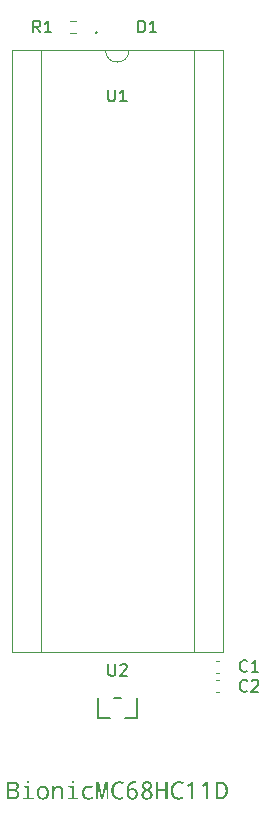
<source format=gbr>
G04 #@! TF.GenerationSoftware,KiCad,Pcbnew,7.0.11+dfsg-1build4*
G04 #@! TF.CreationDate,2024-12-04T12:07:42+09:00*
G04 #@! TF.ProjectId,bionic-mc68hc11d,62696f6e-6963-42d6-9d63-363868633131,8*
G04 #@! TF.SameCoordinates,Original*
G04 #@! TF.FileFunction,Legend,Top*
G04 #@! TF.FilePolarity,Positive*
%FSLAX46Y46*%
G04 Gerber Fmt 4.6, Leading zero omitted, Abs format (unit mm)*
G04 Created by KiCad (PCBNEW 7.0.11+dfsg-1build4) date 2024-12-04 12:07:42*
%MOMM*%
%LPD*%
G01*
G04 APERTURE LIST*
%ADD10C,0.150000*%
%ADD11C,0.152400*%
%ADD12C,0.120000*%
G04 APERTURE END LIST*
D10*
G36*
X148038059Y-122969959D02*
G01*
X148055236Y-122970222D01*
X148072111Y-122970660D01*
X148088683Y-122971274D01*
X148104952Y-122972063D01*
X148120918Y-122973027D01*
X148136582Y-122974167D01*
X148151943Y-122975481D01*
X148167002Y-122976972D01*
X148181758Y-122978637D01*
X148210361Y-122982494D01*
X148237754Y-122987052D01*
X148263936Y-122992311D01*
X148288908Y-122998272D01*
X148312669Y-123004934D01*
X148335219Y-123012297D01*
X148356558Y-123020361D01*
X148376686Y-123029127D01*
X148395604Y-123038593D01*
X148413311Y-123048761D01*
X148429808Y-123059631D01*
X148445247Y-123071236D01*
X148459689Y-123083702D01*
X148473136Y-123097030D01*
X148485587Y-123111219D01*
X148497041Y-123126270D01*
X148507500Y-123142183D01*
X148516962Y-123158957D01*
X148525429Y-123176592D01*
X148532899Y-123195090D01*
X148539374Y-123214448D01*
X148544852Y-123234668D01*
X148549334Y-123255750D01*
X148552820Y-123277693D01*
X148555310Y-123300498D01*
X148556805Y-123324164D01*
X148557303Y-123348692D01*
X148556986Y-123364915D01*
X148556037Y-123380795D01*
X148554456Y-123396331D01*
X148552242Y-123411524D01*
X148549396Y-123426373D01*
X148545917Y-123440879D01*
X148541805Y-123455041D01*
X148534452Y-123475640D01*
X148525675Y-123495467D01*
X148515475Y-123514521D01*
X148503852Y-123532802D01*
X148490806Y-123550310D01*
X148481317Y-123561553D01*
X148476336Y-123567045D01*
X148465992Y-123577631D01*
X148455201Y-123587682D01*
X148443964Y-123597197D01*
X148432281Y-123606177D01*
X148420151Y-123614622D01*
X148407574Y-123622532D01*
X148394551Y-123629907D01*
X148381081Y-123636746D01*
X148367165Y-123643050D01*
X148352803Y-123648819D01*
X148337993Y-123654052D01*
X148322738Y-123658751D01*
X148307036Y-123662914D01*
X148290887Y-123666542D01*
X148274292Y-123669634D01*
X148257250Y-123672192D01*
X148257250Y-123682450D01*
X148278303Y-123686165D01*
X148298687Y-123690350D01*
X148318402Y-123695004D01*
X148337450Y-123700127D01*
X148355829Y-123705720D01*
X148373539Y-123711782D01*
X148390582Y-123718314D01*
X148406956Y-123725315D01*
X148422662Y-123732785D01*
X148437699Y-123740725D01*
X148452068Y-123749134D01*
X148465769Y-123758013D01*
X148478801Y-123767361D01*
X148491165Y-123777178D01*
X148502861Y-123787465D01*
X148513888Y-123798221D01*
X148524247Y-123809447D01*
X148533938Y-123821142D01*
X148542961Y-123833306D01*
X148551315Y-123845940D01*
X148559001Y-123859043D01*
X148566018Y-123872616D01*
X148572367Y-123886658D01*
X148578048Y-123901169D01*
X148583060Y-123916150D01*
X148587405Y-123931601D01*
X148591080Y-123947520D01*
X148594088Y-123963909D01*
X148596427Y-123980768D01*
X148598098Y-123998096D01*
X148599100Y-124015893D01*
X148599434Y-124034160D01*
X148598921Y-124059281D01*
X148597379Y-124083722D01*
X148594811Y-124107481D01*
X148591214Y-124130559D01*
X148586590Y-124152956D01*
X148580939Y-124174672D01*
X148574260Y-124195706D01*
X148566553Y-124216060D01*
X148557819Y-124235732D01*
X148548058Y-124254722D01*
X148537268Y-124273032D01*
X148525452Y-124290660D01*
X148512608Y-124307608D01*
X148498736Y-124323874D01*
X148483836Y-124339458D01*
X148467910Y-124354362D01*
X148451141Y-124368426D01*
X148433626Y-124381582D01*
X148415364Y-124393831D01*
X148396354Y-124405172D01*
X148376598Y-124415606D01*
X148356094Y-124425133D01*
X148334844Y-124433753D01*
X148312846Y-124441465D01*
X148290101Y-124448270D01*
X148266610Y-124454168D01*
X148242371Y-124459158D01*
X148217385Y-124463241D01*
X148191652Y-124466417D01*
X148165173Y-124468685D01*
X148137946Y-124470046D01*
X148109972Y-124470500D01*
X147567020Y-124470500D01*
X147567020Y-123766714D01*
X147759728Y-123766714D01*
X147759728Y-124306735D01*
X148075900Y-124306735D01*
X148095622Y-124306461D01*
X148114719Y-124305640D01*
X148133189Y-124304271D01*
X148151033Y-124302355D01*
X148168251Y-124299892D01*
X148184843Y-124296881D01*
X148200809Y-124293323D01*
X148216149Y-124289218D01*
X148230862Y-124284565D01*
X148244950Y-124279365D01*
X148271246Y-124267322D01*
X148295039Y-124253089D01*
X148316326Y-124236668D01*
X148335110Y-124218056D01*
X148351389Y-124197255D01*
X148365163Y-124174264D01*
X148376433Y-124149084D01*
X148385199Y-124121714D01*
X148388642Y-124107207D01*
X148391460Y-124092154D01*
X148393651Y-124076553D01*
X148395216Y-124060405D01*
X148396156Y-124043709D01*
X148396469Y-124026466D01*
X148396143Y-124010485D01*
X148395165Y-123995012D01*
X148393535Y-123980045D01*
X148388320Y-123951635D01*
X148380498Y-123925254D01*
X148370068Y-123900902D01*
X148357030Y-123878580D01*
X148341386Y-123858287D01*
X148323133Y-123840023D01*
X148302273Y-123823788D01*
X148278806Y-123809583D01*
X148252731Y-123797407D01*
X148238716Y-123792080D01*
X148224049Y-123787261D01*
X148208730Y-123782948D01*
X148192759Y-123779143D01*
X148176136Y-123775846D01*
X148158862Y-123773055D01*
X148140935Y-123770772D01*
X148122357Y-123768997D01*
X148103127Y-123767728D01*
X148083245Y-123766967D01*
X148062711Y-123766714D01*
X147759728Y-123766714D01*
X147567020Y-123766714D01*
X147567020Y-123133636D01*
X147759728Y-123133636D01*
X147759728Y-123602949D01*
X148052086Y-123602949D01*
X148071850Y-123602730D01*
X148090932Y-123602073D01*
X148109333Y-123600978D01*
X148127054Y-123599446D01*
X148144092Y-123597475D01*
X148160450Y-123595066D01*
X148176126Y-123592220D01*
X148191121Y-123588935D01*
X148205435Y-123585213D01*
X148225629Y-123578809D01*
X148244290Y-123571419D01*
X148261418Y-123563043D01*
X148277014Y-123553683D01*
X148286559Y-123546895D01*
X148299719Y-123535741D01*
X148311585Y-123523299D01*
X148322156Y-123509569D01*
X148331433Y-123494551D01*
X148339416Y-123478245D01*
X148346104Y-123460651D01*
X148351497Y-123441769D01*
X148355596Y-123421599D01*
X148358401Y-123400141D01*
X148359551Y-123385120D01*
X148360127Y-123369526D01*
X148360199Y-123361515D01*
X148359891Y-123346535D01*
X148358276Y-123325081D01*
X148355276Y-123304843D01*
X148350891Y-123285822D01*
X148345122Y-123268019D01*
X148337968Y-123251433D01*
X148329430Y-123236064D01*
X148319507Y-123221912D01*
X148308199Y-123208977D01*
X148295507Y-123197260D01*
X148281430Y-123186759D01*
X148265850Y-123177265D01*
X148248646Y-123168706D01*
X148229820Y-123161080D01*
X148209371Y-123154387D01*
X148194837Y-123150445D01*
X148179581Y-123146917D01*
X148163604Y-123143804D01*
X148146906Y-123141107D01*
X148129486Y-123138824D01*
X148111346Y-123136956D01*
X148092484Y-123135504D01*
X148072900Y-123134466D01*
X148052596Y-123133844D01*
X148031570Y-123133636D01*
X147759728Y-123133636D01*
X147567020Y-123133636D01*
X147567020Y-122969871D01*
X148020579Y-122969871D01*
X148038059Y-122969959D01*
G37*
G36*
X149340223Y-122876082D02*
G01*
X149359734Y-122877109D01*
X149377326Y-122880191D01*
X149392999Y-122885327D01*
X149406752Y-122892517D01*
X149418587Y-122901762D01*
X149428502Y-122913061D01*
X149436499Y-122926414D01*
X149442576Y-122941822D01*
X149446734Y-122959284D01*
X149448973Y-122978800D01*
X149449400Y-122992952D01*
X149448603Y-123010766D01*
X149446215Y-123027113D01*
X149442235Y-123041993D01*
X149435357Y-123057913D01*
X149426187Y-123071720D01*
X149416793Y-123081613D01*
X149404278Y-123091449D01*
X149390913Y-123099250D01*
X149376698Y-123105015D01*
X149361632Y-123108746D01*
X149345717Y-123110442D01*
X149340223Y-123110555D01*
X149320516Y-123109522D01*
X149302747Y-123106421D01*
X149286916Y-123101253D01*
X149273024Y-123094017D01*
X149261070Y-123084715D01*
X149251055Y-123073345D01*
X149242978Y-123059908D01*
X149236840Y-123044404D01*
X149232640Y-123026832D01*
X149230378Y-123007193D01*
X149229947Y-122992952D01*
X149230917Y-122972066D01*
X149233824Y-122953235D01*
X149238670Y-122936458D01*
X149245455Y-122921735D01*
X149254178Y-122909066D01*
X149264839Y-122898452D01*
X149277439Y-122889892D01*
X149291977Y-122883387D01*
X149308454Y-122878935D01*
X149326869Y-122876539D01*
X149340223Y-122876082D01*
G37*
G36*
X149245701Y-123492307D02*
G01*
X148968363Y-123470691D01*
X148968363Y-123345028D01*
X149432913Y-123345028D01*
X149432913Y-124323221D01*
X149795614Y-124343737D01*
X149795614Y-124470500D01*
X148891060Y-124470500D01*
X148891060Y-124343737D01*
X149245701Y-124323221D01*
X149245701Y-123492307D01*
G37*
G36*
X150611052Y-123322205D02*
G01*
X150638171Y-123324077D01*
X150664656Y-123327197D01*
X150690504Y-123331565D01*
X150715718Y-123337180D01*
X150740296Y-123344044D01*
X150764238Y-123352155D01*
X150787545Y-123361515D01*
X150810217Y-123372122D01*
X150832253Y-123383978D01*
X150853654Y-123397081D01*
X150874419Y-123411432D01*
X150894549Y-123427031D01*
X150914044Y-123443878D01*
X150932903Y-123461973D01*
X150951127Y-123481316D01*
X150968473Y-123501692D01*
X150984701Y-123522887D01*
X150999809Y-123544900D01*
X151013798Y-123567732D01*
X151026668Y-123591383D01*
X151038419Y-123615852D01*
X151049050Y-123641140D01*
X151058563Y-123667246D01*
X151066956Y-123694171D01*
X151074231Y-123721914D01*
X151080386Y-123750476D01*
X151083044Y-123765064D01*
X151085422Y-123779857D01*
X151087520Y-123794854D01*
X151089339Y-123810056D01*
X151090878Y-123825463D01*
X151092137Y-123841074D01*
X151093116Y-123856890D01*
X151093816Y-123872911D01*
X151094235Y-123889136D01*
X151094375Y-123905566D01*
X151094237Y-123922534D01*
X151093823Y-123939277D01*
X151093132Y-123955793D01*
X151092165Y-123972084D01*
X151090923Y-123988148D01*
X151089403Y-124003986D01*
X151087608Y-124019598D01*
X151085537Y-124034984D01*
X151083189Y-124050144D01*
X151080565Y-124065077D01*
X151077665Y-124079785D01*
X151074488Y-124094266D01*
X151071036Y-124108522D01*
X151063302Y-124136354D01*
X151054464Y-124163282D01*
X151044520Y-124189305D01*
X151033472Y-124214424D01*
X151021319Y-124238638D01*
X151008061Y-124261948D01*
X150993699Y-124284354D01*
X150978231Y-124305855D01*
X150961659Y-124326451D01*
X150952959Y-124336410D01*
X150934961Y-124355487D01*
X150916230Y-124373333D01*
X150896767Y-124389948D01*
X150876572Y-124405332D01*
X150855643Y-124419486D01*
X150833982Y-124432409D01*
X150811588Y-124444101D01*
X150788461Y-124454563D01*
X150764601Y-124463793D01*
X150740009Y-124471793D01*
X150714684Y-124478562D01*
X150688627Y-124484101D01*
X150661836Y-124488408D01*
X150634313Y-124491485D01*
X150606057Y-124493331D01*
X150577069Y-124493947D01*
X150549533Y-124493321D01*
X150522612Y-124491445D01*
X150496307Y-124488318D01*
X150470617Y-124483940D01*
X150445543Y-124478312D01*
X150421083Y-124471433D01*
X150397240Y-124463302D01*
X150374011Y-124453922D01*
X150351398Y-124443290D01*
X150329401Y-124431407D01*
X150308019Y-124418274D01*
X150287252Y-124403890D01*
X150267100Y-124388255D01*
X150247564Y-124371369D01*
X150228643Y-124353233D01*
X150210338Y-124333846D01*
X150192947Y-124313368D01*
X150176678Y-124292051D01*
X150161532Y-124269896D01*
X150147507Y-124246903D01*
X150134604Y-124223071D01*
X150122823Y-124198400D01*
X150112164Y-124172890D01*
X150102627Y-124146542D01*
X150094212Y-124119355D01*
X150086919Y-124091330D01*
X150083693Y-124077002D01*
X150080748Y-124062466D01*
X150078083Y-124047719D01*
X150075699Y-124032763D01*
X150073596Y-124017597D01*
X150071772Y-124002222D01*
X150070230Y-123986636D01*
X150068967Y-123970842D01*
X150067986Y-123954837D01*
X150067284Y-123938623D01*
X150066864Y-123922199D01*
X150066723Y-123905566D01*
X150260530Y-123905566D01*
X150260843Y-123932186D01*
X150261782Y-123957960D01*
X150263348Y-123982890D01*
X150265539Y-124006974D01*
X150268356Y-124030214D01*
X150271800Y-124052608D01*
X150275870Y-124074157D01*
X150280566Y-124094862D01*
X150285888Y-124114721D01*
X150291836Y-124133735D01*
X150298410Y-124151904D01*
X150305610Y-124169228D01*
X150313436Y-124185707D01*
X150321889Y-124201341D01*
X150330968Y-124216129D01*
X150340672Y-124230073D01*
X150351003Y-124243172D01*
X150361960Y-124255425D01*
X150373543Y-124266834D01*
X150385752Y-124277397D01*
X150398587Y-124287115D01*
X150412049Y-124295988D01*
X150426136Y-124304017D01*
X150440850Y-124311200D01*
X150456190Y-124317538D01*
X150472155Y-124323031D01*
X150488747Y-124327679D01*
X150505965Y-124331481D01*
X150523810Y-124334439D01*
X150542280Y-124336552D01*
X150561376Y-124337819D01*
X150581099Y-124338242D01*
X150600754Y-124337819D01*
X150619785Y-124336552D01*
X150638191Y-124334439D01*
X150655974Y-124331481D01*
X150673133Y-124327679D01*
X150689669Y-124323031D01*
X150705580Y-124317538D01*
X150720867Y-124311200D01*
X150735530Y-124304017D01*
X150749569Y-124295988D01*
X150762984Y-124287115D01*
X150775776Y-124277397D01*
X150787943Y-124266834D01*
X150799486Y-124255425D01*
X150810406Y-124243172D01*
X150820701Y-124230073D01*
X150830372Y-124216129D01*
X150839420Y-124201341D01*
X150847843Y-124185707D01*
X150855643Y-124169228D01*
X150862819Y-124151904D01*
X150869370Y-124133735D01*
X150875298Y-124114721D01*
X150880602Y-124094862D01*
X150885281Y-124074157D01*
X150889337Y-124052608D01*
X150892769Y-124030214D01*
X150895577Y-124006974D01*
X150897761Y-123982890D01*
X150899320Y-123957960D01*
X150900256Y-123932186D01*
X150900568Y-123905566D01*
X150900254Y-123879217D01*
X150899312Y-123853704D01*
X150897741Y-123829028D01*
X150895542Y-123805188D01*
X150892715Y-123782184D01*
X150889260Y-123760018D01*
X150885176Y-123738687D01*
X150880464Y-123718193D01*
X150875124Y-123698536D01*
X150869156Y-123679715D01*
X150862559Y-123661731D01*
X150855334Y-123644583D01*
X150847481Y-123628271D01*
X150838999Y-123612796D01*
X150829889Y-123598158D01*
X150820151Y-123584356D01*
X150809785Y-123571390D01*
X150798791Y-123559261D01*
X150787168Y-123547969D01*
X150774917Y-123537513D01*
X150762038Y-123527893D01*
X150748530Y-123519110D01*
X150734394Y-123511164D01*
X150719630Y-123504053D01*
X150704238Y-123497780D01*
X150688217Y-123492343D01*
X150671569Y-123487742D01*
X150654291Y-123483978D01*
X150636386Y-123481050D01*
X150617853Y-123478959D01*
X150598691Y-123477704D01*
X150578901Y-123477286D01*
X150559313Y-123477704D01*
X150540348Y-123478959D01*
X150522004Y-123481050D01*
X150504282Y-123483978D01*
X150487183Y-123487742D01*
X150470704Y-123492343D01*
X150454848Y-123497780D01*
X150439613Y-123504053D01*
X150425001Y-123511164D01*
X150411010Y-123519110D01*
X150397641Y-123527893D01*
X150384894Y-123537513D01*
X150372768Y-123547969D01*
X150361264Y-123559261D01*
X150350383Y-123571390D01*
X150340123Y-123584356D01*
X150330485Y-123598158D01*
X150321468Y-123612796D01*
X150313074Y-123628271D01*
X150305301Y-123644583D01*
X150298150Y-123661731D01*
X150291621Y-123679715D01*
X150285714Y-123698536D01*
X150280428Y-123718193D01*
X150275765Y-123738687D01*
X150271723Y-123760018D01*
X150268303Y-123782184D01*
X150265505Y-123805188D01*
X150263328Y-123829028D01*
X150261774Y-123853704D01*
X150260841Y-123879217D01*
X150260530Y-123905566D01*
X150066723Y-123905566D01*
X150066860Y-123888756D01*
X150067269Y-123872169D01*
X150067950Y-123855806D01*
X150068904Y-123839666D01*
X150070131Y-123823749D01*
X150071631Y-123808056D01*
X150073403Y-123792585D01*
X150075447Y-123777338D01*
X150077765Y-123762315D01*
X150080355Y-123747514D01*
X150083217Y-123732937D01*
X150086352Y-123718583D01*
X150093441Y-123690544D01*
X150101620Y-123663399D01*
X150110889Y-123637147D01*
X150121249Y-123611787D01*
X150132699Y-123587321D01*
X150145240Y-123563748D01*
X150158871Y-123541068D01*
X150173593Y-123519280D01*
X150189405Y-123498386D01*
X150206308Y-123478385D01*
X150224138Y-123459397D01*
X150242733Y-123441634D01*
X150262091Y-123425096D01*
X150282214Y-123409783D01*
X150303101Y-123395695D01*
X150324753Y-123382833D01*
X150347168Y-123371195D01*
X150370348Y-123360782D01*
X150394292Y-123351594D01*
X150419000Y-123343632D01*
X150444472Y-123336894D01*
X150470709Y-123331381D01*
X150497709Y-123327094D01*
X150525474Y-123324031D01*
X150554004Y-123322194D01*
X150583297Y-123321581D01*
X150611052Y-123322205D01*
G37*
G36*
X152122760Y-124470500D02*
G01*
X152122760Y-123744366D01*
X152122520Y-123727934D01*
X152121802Y-123712024D01*
X152120605Y-123696635D01*
X152118930Y-123681769D01*
X152114143Y-123653600D01*
X152107441Y-123627518D01*
X152098824Y-123603523D01*
X152088293Y-123581614D01*
X152075846Y-123561792D01*
X152061485Y-123544056D01*
X152045209Y-123528407D01*
X152027018Y-123514844D01*
X152006913Y-123503368D01*
X151984892Y-123493978D01*
X151960957Y-123486675D01*
X151935107Y-123481459D01*
X151907342Y-123478329D01*
X151877662Y-123477286D01*
X151858187Y-123477685D01*
X151839331Y-123478883D01*
X151821093Y-123480879D01*
X151803473Y-123483674D01*
X151786472Y-123487268D01*
X151770088Y-123491660D01*
X151754323Y-123496851D01*
X151739176Y-123502840D01*
X151724648Y-123509628D01*
X151710737Y-123517214D01*
X151697445Y-123525599D01*
X151684771Y-123534782D01*
X151672715Y-123544764D01*
X151661278Y-123555545D01*
X151650459Y-123567124D01*
X151640258Y-123579502D01*
X151630675Y-123592678D01*
X151621711Y-123606653D01*
X151613364Y-123621426D01*
X151605636Y-123636998D01*
X151598527Y-123653368D01*
X151592035Y-123670537D01*
X151586162Y-123688505D01*
X151580907Y-123707271D01*
X151576270Y-123726836D01*
X151572252Y-123747199D01*
X151568851Y-123768361D01*
X151566069Y-123790321D01*
X151563905Y-123813080D01*
X151562360Y-123836638D01*
X151561432Y-123860994D01*
X151561123Y-123886148D01*
X151561123Y-124470500D01*
X151373545Y-124470500D01*
X151373545Y-123345028D01*
X151524853Y-123345028D01*
X151552697Y-123494871D01*
X151562955Y-123494871D01*
X151576760Y-123473887D01*
X151591612Y-123454257D01*
X151607511Y-123435980D01*
X151624458Y-123419057D01*
X151642453Y-123403488D01*
X151661496Y-123389273D01*
X151681585Y-123376411D01*
X151702723Y-123364904D01*
X151724908Y-123354750D01*
X151748141Y-123345950D01*
X151772421Y-123338504D01*
X151797749Y-123332412D01*
X151824124Y-123327673D01*
X151851547Y-123324289D01*
X151880018Y-123322258D01*
X151909536Y-123321581D01*
X151934194Y-123321984D01*
X151958070Y-123323191D01*
X151981163Y-123325204D01*
X152003474Y-123328021D01*
X152025001Y-123331644D01*
X152045746Y-123336071D01*
X152065708Y-123341304D01*
X152084887Y-123347341D01*
X152103283Y-123354184D01*
X152120896Y-123361831D01*
X152137727Y-123370284D01*
X152153775Y-123379541D01*
X152169040Y-123389604D01*
X152183522Y-123400471D01*
X152197221Y-123412144D01*
X152210138Y-123424621D01*
X152222271Y-123437904D01*
X152233622Y-123451991D01*
X152244190Y-123466884D01*
X152253975Y-123482581D01*
X152262978Y-123499084D01*
X152271197Y-123516391D01*
X152278634Y-123534504D01*
X152285288Y-123553421D01*
X152291159Y-123573144D01*
X152296247Y-123593671D01*
X152300553Y-123615004D01*
X152304076Y-123637141D01*
X152306815Y-123660083D01*
X152308773Y-123683831D01*
X152309947Y-123708383D01*
X152310338Y-123733741D01*
X152310338Y-124470500D01*
X152122760Y-124470500D01*
G37*
G36*
X153121102Y-122876082D02*
G01*
X153140613Y-122877109D01*
X153158205Y-122880191D01*
X153173878Y-122885327D01*
X153187632Y-122892517D01*
X153199466Y-122901762D01*
X153209382Y-122913061D01*
X153217378Y-122926414D01*
X153223455Y-122941822D01*
X153227613Y-122959284D01*
X153229852Y-122978800D01*
X153230279Y-122992952D01*
X153229483Y-123010766D01*
X153227095Y-123027113D01*
X153223114Y-123041993D01*
X153216236Y-123057913D01*
X153207066Y-123071720D01*
X153197672Y-123081613D01*
X153185157Y-123091449D01*
X153171792Y-123099250D01*
X153157577Y-123105015D01*
X153142512Y-123108746D01*
X153126596Y-123110442D01*
X153121102Y-123110555D01*
X153101395Y-123109522D01*
X153083626Y-123106421D01*
X153067795Y-123101253D01*
X153053903Y-123094017D01*
X153041949Y-123084715D01*
X153031934Y-123073345D01*
X153023857Y-123059908D01*
X153017719Y-123044404D01*
X153013519Y-123026832D01*
X153011257Y-123007193D01*
X153010827Y-122992952D01*
X153011796Y-122972066D01*
X153014704Y-122953235D01*
X153019550Y-122936458D01*
X153026334Y-122921735D01*
X153035057Y-122909066D01*
X153045719Y-122898452D01*
X153058318Y-122889892D01*
X153072857Y-122883387D01*
X153089333Y-122878935D01*
X153107749Y-122876539D01*
X153121102Y-122876082D01*
G37*
G36*
X153026580Y-123492307D02*
G01*
X152749243Y-123470691D01*
X152749243Y-123345028D01*
X153213792Y-123345028D01*
X153213792Y-124323221D01*
X153576493Y-124343737D01*
X153576493Y-124470500D01*
X152671940Y-124470500D01*
X152671940Y-124343737D01*
X153026580Y-124323221D01*
X153026580Y-123492307D01*
G37*
G36*
X154822498Y-123382398D02*
G01*
X154758751Y-123545063D01*
X154739554Y-123537832D01*
X154720614Y-123531067D01*
X154701933Y-123524769D01*
X154683508Y-123518937D01*
X154665342Y-123513572D01*
X154647433Y-123508673D01*
X154629782Y-123504241D01*
X154612388Y-123500275D01*
X154595252Y-123496776D01*
X154578373Y-123493744D01*
X154561752Y-123491178D01*
X154545389Y-123489078D01*
X154529283Y-123487445D01*
X154513435Y-123486279D01*
X154497845Y-123485579D01*
X154482512Y-123485346D01*
X154459003Y-123485762D01*
X154436240Y-123487010D01*
X154414223Y-123489091D01*
X154392953Y-123492004D01*
X154372429Y-123495748D01*
X154352652Y-123500325D01*
X154333620Y-123505735D01*
X154315335Y-123511976D01*
X154297797Y-123519050D01*
X154281004Y-123526956D01*
X154264958Y-123535694D01*
X154249659Y-123545264D01*
X154235105Y-123555666D01*
X154221298Y-123566901D01*
X154208238Y-123578967D01*
X154195923Y-123591866D01*
X154184355Y-123605598D01*
X154173534Y-123620161D01*
X154163458Y-123635556D01*
X154154129Y-123651784D01*
X154145547Y-123668844D01*
X154137710Y-123686736D01*
X154130620Y-123705460D01*
X154124276Y-123725017D01*
X154118679Y-123745406D01*
X154113828Y-123766626D01*
X154109723Y-123788679D01*
X154106365Y-123811565D01*
X154103752Y-123835282D01*
X154101887Y-123859832D01*
X154100767Y-123885214D01*
X154100394Y-123911428D01*
X154100757Y-123937191D01*
X154101847Y-123962136D01*
X154103662Y-123986264D01*
X154106204Y-124009573D01*
X154109473Y-124032065D01*
X154113467Y-124053739D01*
X154118188Y-124074595D01*
X154123635Y-124094633D01*
X154129809Y-124113853D01*
X154136708Y-124132255D01*
X154144334Y-124149840D01*
X154152687Y-124166606D01*
X154161765Y-124182555D01*
X154171570Y-124197685D01*
X154182101Y-124211998D01*
X154193359Y-124225493D01*
X154205343Y-124238171D01*
X154218053Y-124250030D01*
X154231489Y-124261071D01*
X154245652Y-124271295D01*
X154260541Y-124280700D01*
X154276156Y-124289288D01*
X154292497Y-124297058D01*
X154309565Y-124304010D01*
X154327359Y-124310144D01*
X154345879Y-124315460D01*
X154365126Y-124319958D01*
X154385099Y-124323639D01*
X154405798Y-124326502D01*
X154427224Y-124328546D01*
X154449376Y-124329773D01*
X154472254Y-124330182D01*
X154492523Y-124329933D01*
X154512846Y-124329186D01*
X154533223Y-124327941D01*
X154553655Y-124326198D01*
X154574142Y-124323957D01*
X154594682Y-124321218D01*
X154615277Y-124317980D01*
X154635927Y-124314245D01*
X154656631Y-124310012D01*
X154677389Y-124305281D01*
X154698202Y-124300051D01*
X154719069Y-124294324D01*
X154739990Y-124288099D01*
X154760966Y-124281375D01*
X154781996Y-124274154D01*
X154803081Y-124266435D01*
X154803081Y-124431299D01*
X154785571Y-124438885D01*
X154767572Y-124445982D01*
X154749083Y-124452589D01*
X154730105Y-124458707D01*
X154710638Y-124464336D01*
X154690681Y-124469475D01*
X154670235Y-124474125D01*
X154649299Y-124478285D01*
X154627874Y-124481956D01*
X154605959Y-124485137D01*
X154583555Y-124487829D01*
X154560662Y-124490031D01*
X154537279Y-124491744D01*
X154513407Y-124492968D01*
X154489045Y-124493702D01*
X154464194Y-124493947D01*
X154447754Y-124493800D01*
X154431546Y-124493361D01*
X154415568Y-124492630D01*
X154399822Y-124491606D01*
X154384307Y-124490289D01*
X154369023Y-124488679D01*
X154353971Y-124486777D01*
X154339149Y-124484582D01*
X154324558Y-124482094D01*
X154296071Y-124476241D01*
X154268508Y-124469217D01*
X154241869Y-124461022D01*
X154216155Y-124451657D01*
X154191365Y-124441121D01*
X154167500Y-124429415D01*
X154144559Y-124416538D01*
X154122543Y-124402490D01*
X154101451Y-124387271D01*
X154081284Y-124370882D01*
X154062041Y-124353323D01*
X154052767Y-124344104D01*
X154035065Y-124324864D01*
X154018506Y-124304605D01*
X154003088Y-124283327D01*
X153988813Y-124261031D01*
X153975680Y-124237715D01*
X153963689Y-124213380D01*
X153952839Y-124188027D01*
X153943132Y-124161654D01*
X153934567Y-124134263D01*
X153927144Y-124105853D01*
X153923860Y-124091265D01*
X153920863Y-124076423D01*
X153918150Y-124061326D01*
X153915723Y-124045975D01*
X153913582Y-124030369D01*
X153911726Y-124014508D01*
X153910156Y-123998392D01*
X153908871Y-123982021D01*
X153907872Y-123965396D01*
X153907158Y-123948516D01*
X153906730Y-123931382D01*
X153906587Y-123913992D01*
X153906733Y-123896038D01*
X153907171Y-123878353D01*
X153907901Y-123860938D01*
X153908923Y-123843793D01*
X153910237Y-123826918D01*
X153911842Y-123810313D01*
X153913740Y-123793977D01*
X153915930Y-123777911D01*
X153918411Y-123762115D01*
X153921185Y-123746588D01*
X153924250Y-123731331D01*
X153927607Y-123716344D01*
X153931257Y-123701627D01*
X153935198Y-123687180D01*
X153939431Y-123673002D01*
X153948774Y-123645456D01*
X153959284Y-123618989D01*
X153970961Y-123593601D01*
X153983807Y-123569292D01*
X153997821Y-123546063D01*
X154013002Y-123523912D01*
X154029351Y-123502840D01*
X154046868Y-123482848D01*
X154056064Y-123473256D01*
X154075222Y-123454889D01*
X154095328Y-123437707D01*
X154116381Y-123421710D01*
X154138381Y-123406898D01*
X154161329Y-123393271D01*
X154185224Y-123380829D01*
X154210067Y-123369572D01*
X154235857Y-123359500D01*
X154262595Y-123350613D01*
X154290279Y-123342910D01*
X154318912Y-123336393D01*
X154333583Y-123333579D01*
X154348491Y-123331061D01*
X154363636Y-123328839D01*
X154379018Y-123326913D01*
X154394637Y-123325284D01*
X154410493Y-123323951D01*
X154426585Y-123322914D01*
X154442915Y-123322174D01*
X154459481Y-123321729D01*
X154476284Y-123321581D01*
X154499146Y-123321819D01*
X154521845Y-123322531D01*
X154544380Y-123323719D01*
X154566753Y-123325382D01*
X154588962Y-123327520D01*
X154611008Y-123330133D01*
X154632892Y-123333222D01*
X154654612Y-123336785D01*
X154676168Y-123340824D01*
X154697562Y-123345338D01*
X154718793Y-123350326D01*
X154739860Y-123355790D01*
X154760764Y-123361730D01*
X154781505Y-123368144D01*
X154802083Y-123375033D01*
X154822498Y-123382398D01*
G37*
G36*
X155537641Y-124470500D02*
G01*
X155251511Y-123157450D01*
X155243084Y-123151588D01*
X155244234Y-123168589D01*
X155245347Y-123185337D01*
X155246423Y-123201831D01*
X155247463Y-123218072D01*
X155248467Y-123234059D01*
X155249434Y-123249794D01*
X155250365Y-123265275D01*
X155251259Y-123280503D01*
X155252116Y-123295477D01*
X155252937Y-123310198D01*
X155254470Y-123338880D01*
X155255857Y-123366549D01*
X155257098Y-123393205D01*
X155258192Y-123418848D01*
X155259141Y-123443477D01*
X155259944Y-123467094D01*
X155260601Y-123489697D01*
X155261112Y-123511286D01*
X155261477Y-123531863D01*
X155261696Y-123551426D01*
X155261769Y-123569976D01*
X155261769Y-124470500D01*
X155106064Y-124470500D01*
X155106064Y-122969871D01*
X155360687Y-122969871D01*
X155616043Y-124192429D01*
X155622271Y-124192429D01*
X155879825Y-122969871D01*
X156139577Y-122969871D01*
X156139577Y-124470500D01*
X155981674Y-124470500D01*
X155981674Y-123556787D01*
X155981803Y-123535378D01*
X155982032Y-123519224D01*
X155982376Y-123501564D01*
X155982834Y-123482399D01*
X155983406Y-123461728D01*
X155984093Y-123439551D01*
X155984894Y-123415869D01*
X155985810Y-123390682D01*
X155986841Y-123363989D01*
X155987986Y-123335790D01*
X155988601Y-123321126D01*
X155989245Y-123306086D01*
X155989918Y-123290669D01*
X155990619Y-123274876D01*
X155991349Y-123258707D01*
X155992107Y-123242161D01*
X155992894Y-123225239D01*
X155993710Y-123207940D01*
X155994554Y-123190265D01*
X155995427Y-123172214D01*
X155996329Y-123153786D01*
X155988269Y-123153786D01*
X155696643Y-124470500D01*
X155537641Y-124470500D01*
G37*
G36*
X157407931Y-124265336D02*
G01*
X157407931Y-124432764D01*
X157388844Y-124440173D01*
X157369228Y-124447104D01*
X157349082Y-124453557D01*
X157328407Y-124459531D01*
X157307202Y-124465028D01*
X157285468Y-124470047D01*
X157263204Y-124474588D01*
X157240411Y-124478651D01*
X157217088Y-124482236D01*
X157193235Y-124485343D01*
X157168854Y-124487972D01*
X157143942Y-124490123D01*
X157118501Y-124491796D01*
X157092531Y-124492991D01*
X157066031Y-124493708D01*
X157039002Y-124493947D01*
X157019250Y-124493750D01*
X156999789Y-124493158D01*
X156980621Y-124492173D01*
X156961745Y-124490793D01*
X156943160Y-124489018D01*
X156924868Y-124486850D01*
X156906867Y-124484287D01*
X156889159Y-124481330D01*
X156871742Y-124477979D01*
X156854618Y-124474233D01*
X156837785Y-124470093D01*
X156821244Y-124465559D01*
X156804995Y-124460631D01*
X156789038Y-124455308D01*
X156773373Y-124449591D01*
X156758000Y-124443480D01*
X156742919Y-124436975D01*
X156728130Y-124430075D01*
X156713633Y-124422781D01*
X156699428Y-124415093D01*
X156685515Y-124407010D01*
X156671893Y-124398533D01*
X156658564Y-124389662D01*
X156645527Y-124380397D01*
X156632781Y-124370737D01*
X156620328Y-124360683D01*
X156608166Y-124350235D01*
X156596296Y-124339393D01*
X156584719Y-124328156D01*
X156573433Y-124316525D01*
X156562439Y-124304500D01*
X156551737Y-124292080D01*
X156541346Y-124279298D01*
X156531285Y-124266184D01*
X156521554Y-124252739D01*
X156512153Y-124238963D01*
X156503081Y-124224855D01*
X156494340Y-124210417D01*
X156485928Y-124195647D01*
X156477846Y-124180545D01*
X156470094Y-124165112D01*
X156462672Y-124149348D01*
X156455580Y-124133253D01*
X156448818Y-124116826D01*
X156442385Y-124100068D01*
X156436282Y-124082979D01*
X156430510Y-124065559D01*
X156425067Y-124047807D01*
X156419954Y-124029724D01*
X156415171Y-124011309D01*
X156410717Y-123992563D01*
X156406594Y-123973486D01*
X156402801Y-123954078D01*
X156399337Y-123934338D01*
X156396203Y-123914267D01*
X156393399Y-123893865D01*
X156390925Y-123873131D01*
X156388781Y-123852067D01*
X156386967Y-123830670D01*
X156385482Y-123808943D01*
X156384328Y-123786884D01*
X156383503Y-123764494D01*
X156383008Y-123741773D01*
X156382843Y-123718720D01*
X156383023Y-123696586D01*
X156383563Y-123674742D01*
X156384463Y-123653189D01*
X156385723Y-123631926D01*
X156387342Y-123610954D01*
X156389322Y-123590272D01*
X156391662Y-123569881D01*
X156394361Y-123549780D01*
X156397420Y-123529970D01*
X156400840Y-123510451D01*
X156404619Y-123491221D01*
X156408758Y-123472283D01*
X156413257Y-123453635D01*
X156418116Y-123435277D01*
X156423335Y-123417210D01*
X156428914Y-123399434D01*
X156434852Y-123381948D01*
X156441151Y-123364752D01*
X156447810Y-123347847D01*
X156454828Y-123331233D01*
X156462207Y-123314909D01*
X156469945Y-123298875D01*
X156478043Y-123283132D01*
X156486502Y-123267680D01*
X156495320Y-123252518D01*
X156504498Y-123237647D01*
X156514036Y-123223066D01*
X156523934Y-123208775D01*
X156534192Y-123194775D01*
X156544809Y-123181066D01*
X156555787Y-123167647D01*
X156567125Y-123154519D01*
X156578797Y-123141716D01*
X156590732Y-123129320D01*
X156602931Y-123117330D01*
X156615393Y-123105747D01*
X156628119Y-123094570D01*
X156641107Y-123083799D01*
X156654359Y-123073435D01*
X156667875Y-123063478D01*
X156681654Y-123053926D01*
X156695696Y-123044781D01*
X156710001Y-123036043D01*
X156724570Y-123027711D01*
X156739402Y-123019786D01*
X156754497Y-123012267D01*
X156769856Y-123005154D01*
X156785478Y-122998448D01*
X156801363Y-122992148D01*
X156817512Y-122986255D01*
X156833924Y-122980768D01*
X156850599Y-122975687D01*
X156867538Y-122971013D01*
X156884740Y-122966746D01*
X156902205Y-122962885D01*
X156919933Y-122959430D01*
X156937925Y-122956382D01*
X156956181Y-122953740D01*
X156974699Y-122951505D01*
X156993481Y-122949676D01*
X157012526Y-122948253D01*
X157031835Y-122947237D01*
X157051407Y-122946627D01*
X157071242Y-122946424D01*
X157099359Y-122946770D01*
X157127015Y-122947809D01*
X157154210Y-122949541D01*
X157180945Y-122951965D01*
X157207219Y-122955082D01*
X157233032Y-122958892D01*
X157258384Y-122963394D01*
X157283275Y-122968589D01*
X157307706Y-122974477D01*
X157331675Y-122981057D01*
X157355184Y-122988330D01*
X157378232Y-122996295D01*
X157400819Y-123004954D01*
X157422946Y-123014305D01*
X157444611Y-123024348D01*
X157465816Y-123035084D01*
X157385582Y-123195918D01*
X157365721Y-123186158D01*
X157345889Y-123177028D01*
X157326085Y-123168527D01*
X157306310Y-123160656D01*
X157286564Y-123153414D01*
X157266846Y-123146802D01*
X157247157Y-123140820D01*
X157227496Y-123135468D01*
X157207864Y-123130745D01*
X157188261Y-123126652D01*
X157168686Y-123123189D01*
X157149140Y-123120356D01*
X157129623Y-123118152D01*
X157110134Y-123116577D01*
X157090673Y-123115633D01*
X157071242Y-123115318D01*
X157043886Y-123115955D01*
X157017232Y-123117865D01*
X156991279Y-123121050D01*
X156966027Y-123125508D01*
X156941476Y-123131239D01*
X156917626Y-123138244D01*
X156894478Y-123146523D01*
X156872031Y-123156076D01*
X156850286Y-123166902D01*
X156829241Y-123179002D01*
X156808898Y-123192376D01*
X156789256Y-123207024D01*
X156770315Y-123222945D01*
X156752076Y-123240140D01*
X156734537Y-123258608D01*
X156717700Y-123278350D01*
X156701729Y-123299181D01*
X156686788Y-123320917D01*
X156672878Y-123343557D01*
X156659998Y-123367102D01*
X156648148Y-123391551D01*
X156637329Y-123416905D01*
X156627540Y-123443163D01*
X156618782Y-123470325D01*
X156611054Y-123498392D01*
X156607576Y-123512765D01*
X156604356Y-123527363D01*
X156601394Y-123542188D01*
X156598689Y-123557239D01*
X156596242Y-123572516D01*
X156594052Y-123588020D01*
X156592120Y-123603749D01*
X156590446Y-123619704D01*
X156589029Y-123635886D01*
X156587870Y-123652294D01*
X156586968Y-123668927D01*
X156586324Y-123685787D01*
X156585938Y-123702873D01*
X156585809Y-123720185D01*
X156585930Y-123738504D01*
X156586291Y-123756549D01*
X156586894Y-123774319D01*
X156587738Y-123791815D01*
X156588823Y-123809038D01*
X156590150Y-123825986D01*
X156591717Y-123842660D01*
X156593526Y-123859060D01*
X156595575Y-123875187D01*
X156597866Y-123891039D01*
X156600398Y-123906617D01*
X156603171Y-123921921D01*
X156606186Y-123936950D01*
X156609441Y-123951706D01*
X156612938Y-123966188D01*
X156616675Y-123980396D01*
X156624874Y-124007989D01*
X156634038Y-124034486D01*
X156644166Y-124059887D01*
X156655258Y-124084191D01*
X156667315Y-124107400D01*
X156680337Y-124129512D01*
X156694323Y-124150528D01*
X156709274Y-124170447D01*
X156725198Y-124189169D01*
X156742012Y-124206683D01*
X156759716Y-124222989D01*
X156778311Y-124238087D01*
X156797795Y-124251978D01*
X156818170Y-124264660D01*
X156839435Y-124276135D01*
X156861590Y-124286401D01*
X156884635Y-124295460D01*
X156908570Y-124303311D01*
X156933396Y-124309955D01*
X156959111Y-124315390D01*
X156985717Y-124319618D01*
X157013213Y-124322637D01*
X157041599Y-124324449D01*
X157070875Y-124325053D01*
X157087906Y-124324820D01*
X157105474Y-124324120D01*
X157123580Y-124322953D01*
X157142225Y-124321321D01*
X157161408Y-124319221D01*
X157181128Y-124316655D01*
X157201387Y-124313623D01*
X157222184Y-124310124D01*
X157243519Y-124306158D01*
X157265392Y-124301726D01*
X157287803Y-124296827D01*
X157310752Y-124291462D01*
X157334240Y-124285630D01*
X157358265Y-124279332D01*
X157382829Y-124272567D01*
X157407931Y-124265336D01*
G37*
G36*
X158346937Y-122946595D02*
G01*
X158366079Y-122947107D01*
X158384564Y-122947960D01*
X158402392Y-122949155D01*
X158419563Y-122950691D01*
X158436078Y-122952568D01*
X158451935Y-122954786D01*
X158467136Y-122957346D01*
X158481679Y-122960248D01*
X158500049Y-122964647D01*
X158504459Y-122965841D01*
X158504459Y-123125576D01*
X158485757Y-123121025D01*
X158471227Y-123118010D01*
X158456266Y-123115337D01*
X158440874Y-123113004D01*
X158425049Y-123111013D01*
X158408794Y-123109364D01*
X158392107Y-123108055D01*
X158374988Y-123107088D01*
X158357438Y-123106462D01*
X158339456Y-123106178D01*
X158333367Y-123106159D01*
X158304963Y-123106723D01*
X158277456Y-123108414D01*
X158250845Y-123111234D01*
X158225129Y-123115181D01*
X158200309Y-123120255D01*
X158176385Y-123126458D01*
X158153357Y-123133788D01*
X158131225Y-123142246D01*
X158109989Y-123151831D01*
X158089649Y-123162545D01*
X158070204Y-123174386D01*
X158051656Y-123187354D01*
X158034003Y-123201451D01*
X158017246Y-123216675D01*
X158001385Y-123233027D01*
X157986420Y-123250506D01*
X157972361Y-123269165D01*
X157959126Y-123289146D01*
X157946715Y-123310450D01*
X157935129Y-123333076D01*
X157924367Y-123357024D01*
X157914429Y-123382295D01*
X157905316Y-123408887D01*
X157897027Y-123436803D01*
X157893192Y-123451256D01*
X157889562Y-123466040D01*
X157886139Y-123481155D01*
X157882922Y-123496600D01*
X157879911Y-123512376D01*
X157877106Y-123528483D01*
X157874507Y-123544920D01*
X157872114Y-123561687D01*
X157869927Y-123578785D01*
X157867947Y-123596214D01*
X157866172Y-123613973D01*
X157864604Y-123632063D01*
X157863241Y-123650484D01*
X157862085Y-123669235D01*
X157861135Y-123688317D01*
X157860390Y-123707729D01*
X157872847Y-123707729D01*
X157885545Y-123686523D01*
X157899185Y-123666685D01*
X157913767Y-123648215D01*
X157929290Y-123631113D01*
X157945755Y-123615380D01*
X157963161Y-123601014D01*
X157981510Y-123588017D01*
X158000800Y-123576387D01*
X158021031Y-123566126D01*
X158042204Y-123557234D01*
X158064319Y-123549709D01*
X158087376Y-123543552D01*
X158111374Y-123538764D01*
X158136314Y-123535343D01*
X158162196Y-123533291D01*
X158189019Y-123532607D01*
X158213776Y-123533085D01*
X158237854Y-123534519D01*
X158261255Y-123536909D01*
X158283976Y-123540255D01*
X158306020Y-123544557D01*
X158327385Y-123549815D01*
X158348071Y-123556029D01*
X158368080Y-123563198D01*
X158387410Y-123571324D01*
X158406061Y-123580406D01*
X158424035Y-123590444D01*
X158441330Y-123601438D01*
X158457946Y-123613387D01*
X158473885Y-123626293D01*
X158489145Y-123640155D01*
X158503726Y-123654973D01*
X158517523Y-123670618D01*
X158530431Y-123686961D01*
X158542448Y-123704002D01*
X158553575Y-123721743D01*
X158563811Y-123740181D01*
X158573158Y-123759318D01*
X158581614Y-123779153D01*
X158589181Y-123799687D01*
X158595857Y-123820918D01*
X158601643Y-123842849D01*
X158606539Y-123865478D01*
X158610544Y-123888805D01*
X158613660Y-123912830D01*
X158615885Y-123937554D01*
X158617220Y-123962976D01*
X158617665Y-123989097D01*
X158617180Y-124018018D01*
X158615725Y-124046164D01*
X158613299Y-124073534D01*
X158609903Y-124100128D01*
X158605537Y-124125947D01*
X158600200Y-124150990D01*
X158593893Y-124175257D01*
X158586616Y-124198749D01*
X158578369Y-124221465D01*
X158569151Y-124243405D01*
X158558963Y-124264570D01*
X158547804Y-124284959D01*
X158535676Y-124304572D01*
X158522577Y-124323410D01*
X158508507Y-124341472D01*
X158493468Y-124358758D01*
X158477611Y-124375129D01*
X158461090Y-124390443D01*
X158443906Y-124404701D01*
X158426057Y-124417903D01*
X158407544Y-124430049D01*
X158388367Y-124441139D01*
X158368526Y-124451172D01*
X158348021Y-124460150D01*
X158326852Y-124468071D01*
X158305019Y-124474936D01*
X158282522Y-124480745D01*
X158259361Y-124485498D01*
X158235536Y-124489194D01*
X158211047Y-124491834D01*
X158185894Y-124493419D01*
X158160076Y-124493947D01*
X158132360Y-124493270D01*
X158105357Y-124491239D01*
X158079066Y-124487855D01*
X158053487Y-124483116D01*
X158028622Y-124477024D01*
X158004469Y-124469578D01*
X157981029Y-124460778D01*
X157958301Y-124450624D01*
X157936287Y-124439117D01*
X157914984Y-124426255D01*
X157894395Y-124412040D01*
X157874518Y-124396471D01*
X157855354Y-124379548D01*
X157836903Y-124361271D01*
X157819164Y-124341641D01*
X157802139Y-124320657D01*
X157785990Y-124298388D01*
X157770883Y-124274998D01*
X157756818Y-124250486D01*
X157743795Y-124224852D01*
X157731814Y-124198096D01*
X157726214Y-124184297D01*
X157720874Y-124170218D01*
X157715795Y-124155858D01*
X157710977Y-124141218D01*
X157706419Y-124126297D01*
X157702121Y-124111096D01*
X157698084Y-124095614D01*
X157694307Y-124079852D01*
X157690791Y-124063809D01*
X157687535Y-124047486D01*
X157684540Y-124030882D01*
X157681805Y-124013998D01*
X157679331Y-123996833D01*
X157677117Y-123979388D01*
X157675163Y-123961662D01*
X157674263Y-123952094D01*
X157856360Y-123952094D01*
X157856685Y-123971391D01*
X157857660Y-123990356D01*
X157859284Y-124008989D01*
X157861558Y-124027290D01*
X157864482Y-124045259D01*
X157868056Y-124062896D01*
X157872279Y-124080201D01*
X157877152Y-124097174D01*
X157882674Y-124113815D01*
X157888847Y-124130124D01*
X157895669Y-124146101D01*
X157903141Y-124161746D01*
X157911262Y-124177059D01*
X157920033Y-124192040D01*
X157929454Y-124206689D01*
X157939525Y-124221005D01*
X157950168Y-124234714D01*
X157961215Y-124247538D01*
X157972665Y-124259478D01*
X157984519Y-124270533D01*
X157996777Y-124280704D01*
X158009438Y-124289991D01*
X158022502Y-124298393D01*
X158035971Y-124305910D01*
X158049842Y-124312544D01*
X158064118Y-124318292D01*
X158078797Y-124323157D01*
X158093879Y-124327137D01*
X158109365Y-124330232D01*
X158125255Y-124332443D01*
X158141548Y-124333770D01*
X158158245Y-124334212D01*
X158174370Y-124333860D01*
X158190050Y-124332804D01*
X158205282Y-124331044D01*
X158220069Y-124328579D01*
X158234408Y-124325411D01*
X158255081Y-124319338D01*
X158274748Y-124311681D01*
X158293412Y-124302439D01*
X158311070Y-124291614D01*
X158327724Y-124279204D01*
X158343373Y-124265210D01*
X158358018Y-124249631D01*
X158362676Y-124244086D01*
X158375836Y-124226521D01*
X158383890Y-124214071D01*
X158391369Y-124201027D01*
X158398273Y-124187392D01*
X158404601Y-124173164D01*
X158410354Y-124158343D01*
X158415532Y-124142930D01*
X158420135Y-124126925D01*
X158424162Y-124110327D01*
X158427614Y-124093136D01*
X158430490Y-124075353D01*
X158432791Y-124056978D01*
X158434517Y-124038010D01*
X158435668Y-124018449D01*
X158436243Y-123998296D01*
X158436315Y-123987998D01*
X158436039Y-123969718D01*
X158435210Y-123951974D01*
X158433829Y-123934765D01*
X158431896Y-123918091D01*
X158429410Y-123901952D01*
X158426372Y-123886349D01*
X158422781Y-123871281D01*
X158418638Y-123856748D01*
X158413943Y-123842750D01*
X158405864Y-123822757D01*
X158396542Y-123803968D01*
X158385977Y-123786384D01*
X158374169Y-123770004D01*
X158365607Y-123759753D01*
X158351886Y-123745480D01*
X158337103Y-123732610D01*
X158321258Y-123721145D01*
X158304350Y-123711084D01*
X158286379Y-123702426D01*
X158267345Y-123695173D01*
X158247249Y-123689323D01*
X158226091Y-123684877D01*
X158211395Y-123682693D01*
X158196226Y-123681133D01*
X158180586Y-123680197D01*
X158164473Y-123679885D01*
X158148288Y-123680210D01*
X158132433Y-123681185D01*
X158116907Y-123682809D01*
X158101710Y-123685083D01*
X158086842Y-123688007D01*
X158072304Y-123691580D01*
X158058094Y-123695804D01*
X158044214Y-123700677D01*
X158024010Y-123709204D01*
X158004548Y-123719194D01*
X157985826Y-123730645D01*
X157973756Y-123739092D01*
X157962015Y-123748188D01*
X157950603Y-123757934D01*
X157945021Y-123763050D01*
X157934284Y-123773491D01*
X157919479Y-123789497D01*
X157906232Y-123805915D01*
X157894543Y-123822745D01*
X157884413Y-123839987D01*
X157875841Y-123857641D01*
X157868828Y-123875707D01*
X157863374Y-123894186D01*
X157859477Y-123913076D01*
X157857140Y-123932379D01*
X157856360Y-123952094D01*
X157674263Y-123952094D01*
X157673470Y-123943656D01*
X157672038Y-123925370D01*
X157670866Y-123906802D01*
X157669954Y-123887955D01*
X157669303Y-123868826D01*
X157668912Y-123849418D01*
X157668782Y-123829728D01*
X157669425Y-123775384D01*
X157671354Y-123722766D01*
X157674568Y-123671872D01*
X157679069Y-123622704D01*
X157684855Y-123575261D01*
X157691927Y-123529543D01*
X157700285Y-123485550D01*
X157709929Y-123443283D01*
X157720859Y-123402740D01*
X157733075Y-123363923D01*
X157746576Y-123326832D01*
X157761363Y-123291465D01*
X157777437Y-123257823D01*
X157794796Y-123225907D01*
X157813440Y-123195716D01*
X157833371Y-123167250D01*
X157854588Y-123140510D01*
X157877090Y-123115494D01*
X157900878Y-123092204D01*
X157925953Y-123070639D01*
X157952312Y-123050799D01*
X157979958Y-123032684D01*
X158008890Y-123016295D01*
X158039108Y-123001631D01*
X158070611Y-122988692D01*
X158103400Y-122977478D01*
X158137475Y-122967989D01*
X158172836Y-122960226D01*
X158209483Y-122954188D01*
X158247416Y-122949875D01*
X158286634Y-122947287D01*
X158327139Y-122946424D01*
X158346937Y-122946595D01*
G37*
G36*
X159426589Y-122946805D02*
G01*
X159449461Y-122947947D01*
X159471766Y-122949850D01*
X159493505Y-122952515D01*
X159514677Y-122955941D01*
X159535282Y-122960128D01*
X159555320Y-122965077D01*
X159574792Y-122970787D01*
X159593697Y-122977259D01*
X159612035Y-122984492D01*
X159629807Y-122992486D01*
X159647012Y-123001241D01*
X159663650Y-123010758D01*
X159679721Y-123021037D01*
X159695226Y-123032076D01*
X159710164Y-123043877D01*
X159724405Y-123056326D01*
X159737727Y-123069311D01*
X159750130Y-123082830D01*
X159761615Y-123096885D01*
X159772181Y-123111476D01*
X159781828Y-123126601D01*
X159790556Y-123142262D01*
X159798366Y-123158457D01*
X159805257Y-123175189D01*
X159811229Y-123192455D01*
X159816282Y-123210256D01*
X159820416Y-123228593D01*
X159823632Y-123247465D01*
X159825929Y-123266873D01*
X159827307Y-123286815D01*
X159827767Y-123307293D01*
X159826712Y-123336336D01*
X159823548Y-123364572D01*
X159818274Y-123392000D01*
X159810891Y-123418622D01*
X159801398Y-123444436D01*
X159789796Y-123469443D01*
X159776085Y-123493644D01*
X159760264Y-123517036D01*
X159742334Y-123539622D01*
X159732577Y-123550612D01*
X159722294Y-123561401D01*
X159711483Y-123571988D01*
X159700144Y-123582372D01*
X159688279Y-123592555D01*
X159675886Y-123602537D01*
X159662965Y-123612316D01*
X159649518Y-123621894D01*
X159635542Y-123631270D01*
X159621040Y-123640444D01*
X159606010Y-123649416D01*
X159590453Y-123658187D01*
X159574368Y-123666756D01*
X159557756Y-123675123D01*
X159577343Y-123685500D01*
X159596309Y-123696025D01*
X159614652Y-123706698D01*
X159632374Y-123717518D01*
X159649474Y-123728485D01*
X159665952Y-123739600D01*
X159681809Y-123750862D01*
X159697043Y-123762272D01*
X159711656Y-123773829D01*
X159725647Y-123785533D01*
X159739016Y-123797385D01*
X159751763Y-123809384D01*
X159763889Y-123821530D01*
X159775392Y-123833824D01*
X159786274Y-123846266D01*
X159796534Y-123858854D01*
X159806172Y-123871591D01*
X159815189Y-123884474D01*
X159823583Y-123897505D01*
X159831356Y-123910683D01*
X159838507Y-123924009D01*
X159845036Y-123937482D01*
X159850943Y-123951103D01*
X159856229Y-123964871D01*
X159860892Y-123978786D01*
X159868354Y-124007059D01*
X159873329Y-124035922D01*
X159874883Y-124050574D01*
X159875816Y-124065374D01*
X159876127Y-124080322D01*
X159875619Y-124103391D01*
X159874095Y-124125888D01*
X159871554Y-124147813D01*
X159867998Y-124169165D01*
X159863426Y-124189945D01*
X159857837Y-124210152D01*
X159851233Y-124229787D01*
X159843612Y-124248849D01*
X159834975Y-124267339D01*
X159825322Y-124285257D01*
X159814653Y-124302602D01*
X159802968Y-124319374D01*
X159790267Y-124335574D01*
X159776550Y-124351202D01*
X159761817Y-124366257D01*
X159746067Y-124380740D01*
X159729529Y-124394449D01*
X159712339Y-124407273D01*
X159694496Y-124419213D01*
X159676000Y-124430268D01*
X159656852Y-124440439D01*
X159637051Y-124449726D01*
X159616598Y-124458128D01*
X159595492Y-124465645D01*
X159573733Y-124472278D01*
X159551322Y-124478027D01*
X159528258Y-124482891D01*
X159504542Y-124486871D01*
X159480173Y-124489967D01*
X159455151Y-124492178D01*
X159429477Y-124493505D01*
X159403150Y-124493947D01*
X159375733Y-124493530D01*
X159349077Y-124492281D01*
X159323183Y-124490199D01*
X159298050Y-124487284D01*
X159273678Y-124483535D01*
X159250067Y-124478955D01*
X159227218Y-124473541D01*
X159205131Y-124467294D01*
X159183804Y-124460214D01*
X159163239Y-124452301D01*
X159143435Y-124443556D01*
X159124393Y-124433978D01*
X159106112Y-124423566D01*
X159088592Y-124412322D01*
X159071834Y-124400245D01*
X159055837Y-124387335D01*
X159040753Y-124373632D01*
X159026642Y-124359268D01*
X159013505Y-124344243D01*
X159001340Y-124328556D01*
X158990149Y-124312209D01*
X158979931Y-124295200D01*
X158970686Y-124277530D01*
X158962414Y-124259199D01*
X158955116Y-124240207D01*
X158948790Y-124220553D01*
X158943438Y-124200239D01*
X158939058Y-124179263D01*
X158935652Y-124157626D01*
X158933220Y-124135328D01*
X158931760Y-124112368D01*
X158931273Y-124088748D01*
X158931286Y-124088015D01*
X159114455Y-124088015D01*
X159114733Y-124103162D01*
X159115566Y-124117828D01*
X159118898Y-124145718D01*
X159124450Y-124171684D01*
X159132224Y-124195726D01*
X159142219Y-124217846D01*
X159154435Y-124238041D01*
X159168872Y-124256314D01*
X159185530Y-124272663D01*
X159204409Y-124287088D01*
X159225510Y-124299591D01*
X159248831Y-124310169D01*
X159274373Y-124318825D01*
X159302137Y-124325557D01*
X159316852Y-124328201D01*
X159332122Y-124330365D01*
X159347947Y-124332048D01*
X159364327Y-124333250D01*
X159381263Y-124333972D01*
X159398754Y-124334212D01*
X159416045Y-124333950D01*
X159432837Y-124333164D01*
X159449132Y-124331855D01*
X159464929Y-124330022D01*
X159480227Y-124327665D01*
X159495028Y-124324784D01*
X159509330Y-124321379D01*
X159529850Y-124315290D01*
X159549250Y-124308023D01*
X159567528Y-124299577D01*
X159584687Y-124289952D01*
X159600725Y-124279149D01*
X159615642Y-124267167D01*
X159629391Y-124254067D01*
X159641788Y-124240046D01*
X159652833Y-124225104D01*
X159662525Y-124209242D01*
X159670865Y-124192458D01*
X159677852Y-124174753D01*
X159683487Y-124156128D01*
X159687770Y-124136581D01*
X159690700Y-124116114D01*
X159692278Y-124094726D01*
X159692578Y-124079955D01*
X159692008Y-124062831D01*
X159690298Y-124046081D01*
X159687449Y-124029704D01*
X159683459Y-124013700D01*
X159678330Y-123998071D01*
X159672060Y-123982814D01*
X159664651Y-123967931D01*
X159656102Y-123953422D01*
X159646413Y-123939286D01*
X159635584Y-123925524D01*
X159627732Y-123916557D01*
X159614774Y-123903123D01*
X159600220Y-123889612D01*
X159584069Y-123876023D01*
X159572414Y-123866922D01*
X159560049Y-123857785D01*
X159546974Y-123848615D01*
X159533190Y-123839410D01*
X159518695Y-123830171D01*
X159503491Y-123820897D01*
X159487577Y-123811589D01*
X159470954Y-123802247D01*
X159453620Y-123792870D01*
X159435577Y-123783459D01*
X159416823Y-123774014D01*
X159407180Y-123769278D01*
X159376406Y-123754990D01*
X159360290Y-123762835D01*
X159344685Y-123770845D01*
X159329592Y-123779021D01*
X159315011Y-123787362D01*
X159300942Y-123795868D01*
X159287384Y-123804539D01*
X159274337Y-123813376D01*
X159261803Y-123822378D01*
X159249779Y-123831546D01*
X159238268Y-123840878D01*
X159216780Y-123860039D01*
X159197338Y-123879862D01*
X159179943Y-123900345D01*
X159164594Y-123921490D01*
X159151292Y-123943296D01*
X159140036Y-123965763D01*
X159130827Y-123988891D01*
X159123665Y-124012680D01*
X159118548Y-124037131D01*
X159115479Y-124062242D01*
X159114455Y-124088015D01*
X158931286Y-124088015D01*
X158931557Y-124072314D01*
X158932408Y-124056124D01*
X158933827Y-124040177D01*
X158935813Y-124024474D01*
X158938366Y-124009014D01*
X158941487Y-123993797D01*
X158945175Y-123978823D01*
X158949431Y-123964092D01*
X158954254Y-123949605D01*
X158959645Y-123935362D01*
X158965603Y-123921361D01*
X158972129Y-123907604D01*
X158979222Y-123894090D01*
X158986882Y-123880819D01*
X158995110Y-123867792D01*
X159003905Y-123855008D01*
X159013268Y-123842467D01*
X159023198Y-123830169D01*
X159033695Y-123818115D01*
X159044760Y-123806304D01*
X159056393Y-123794736D01*
X159068593Y-123783412D01*
X159081360Y-123772331D01*
X159094695Y-123761493D01*
X159108597Y-123750899D01*
X159123066Y-123740547D01*
X159138103Y-123730439D01*
X159153708Y-123720575D01*
X159169880Y-123710953D01*
X159186619Y-123701575D01*
X159203926Y-123692441D01*
X159221800Y-123683549D01*
X159206901Y-123674107D01*
X159192475Y-123664511D01*
X159178522Y-123654761D01*
X159165042Y-123644858D01*
X159152035Y-123634800D01*
X159139501Y-123624589D01*
X159127440Y-123614224D01*
X159115852Y-123603705D01*
X159104737Y-123593032D01*
X159094095Y-123582205D01*
X159083926Y-123571224D01*
X159074230Y-123560090D01*
X159056256Y-123537360D01*
X159040175Y-123514014D01*
X159025986Y-123490053D01*
X159013688Y-123465476D01*
X159003282Y-123440285D01*
X158994769Y-123414477D01*
X158988147Y-123388055D01*
X158983417Y-123361017D01*
X158980579Y-123333363D01*
X158980013Y-123316452D01*
X159163182Y-123316452D01*
X159163629Y-123333381D01*
X159164972Y-123349820D01*
X159167210Y-123365770D01*
X159170343Y-123381230D01*
X159174371Y-123396201D01*
X159179295Y-123410682D01*
X159185113Y-123424674D01*
X159191827Y-123438177D01*
X159199436Y-123451190D01*
X159207940Y-123463713D01*
X159214106Y-123471790D01*
X159224441Y-123483681D01*
X159236346Y-123495584D01*
X159249823Y-123507500D01*
X159264871Y-123519429D01*
X159281490Y-123531371D01*
X159299681Y-123543326D01*
X159312681Y-123551303D01*
X159326380Y-123559286D01*
X159340777Y-123567274D01*
X159355872Y-123575268D01*
X159371666Y-123583268D01*
X159388158Y-123591274D01*
X159405349Y-123599285D01*
X159420045Y-123592665D01*
X159434274Y-123585902D01*
X159448037Y-123578995D01*
X159461334Y-123571945D01*
X159474164Y-123564753D01*
X159498424Y-123549938D01*
X159520818Y-123534550D01*
X159541346Y-123518591D01*
X159560007Y-123502058D01*
X159576803Y-123484954D01*
X159591732Y-123467277D01*
X159604795Y-123449027D01*
X159615992Y-123430205D01*
X159625323Y-123410811D01*
X159632788Y-123390844D01*
X159638386Y-123370305D01*
X159642119Y-123349193D01*
X159643985Y-123327509D01*
X159644218Y-123316452D01*
X159643648Y-123297646D01*
X159641938Y-123279697D01*
X159639089Y-123262604D01*
X159635099Y-123246368D01*
X159629970Y-123230988D01*
X159623700Y-123216465D01*
X159616291Y-123202798D01*
X159607742Y-123189988D01*
X159598053Y-123178034D01*
X159587224Y-123166937D01*
X159579372Y-123160015D01*
X159566785Y-123150390D01*
X159553341Y-123141712D01*
X159539041Y-123133981D01*
X159523885Y-123127196D01*
X159507872Y-123121358D01*
X159491002Y-123116467D01*
X159473276Y-123112523D01*
X159454693Y-123109525D01*
X159435254Y-123107474D01*
X159414959Y-123106369D01*
X159400952Y-123106159D01*
X159380874Y-123106632D01*
X159361582Y-123108052D01*
X159343076Y-123110419D01*
X159325355Y-123113732D01*
X159308420Y-123117992D01*
X159292271Y-123123199D01*
X159276907Y-123129353D01*
X159262329Y-123136453D01*
X159248537Y-123144499D01*
X159235530Y-123153493D01*
X159227296Y-123160015D01*
X159215838Y-123170541D01*
X159205507Y-123181923D01*
X159196303Y-123194163D01*
X159188226Y-123207258D01*
X159181276Y-123221211D01*
X159175454Y-123236019D01*
X159170758Y-123251685D01*
X159167189Y-123268206D01*
X159164747Y-123285585D01*
X159163432Y-123303820D01*
X159163182Y-123316452D01*
X158980013Y-123316452D01*
X158979633Y-123305095D01*
X158980101Y-123284753D01*
X158981505Y-123264944D01*
X158983845Y-123245666D01*
X158987121Y-123226922D01*
X158991333Y-123208709D01*
X158996480Y-123191030D01*
X159002564Y-123173882D01*
X159009584Y-123157267D01*
X159017539Y-123141184D01*
X159026431Y-123125634D01*
X159036258Y-123110615D01*
X159047021Y-123096130D01*
X159058721Y-123082176D01*
X159071356Y-123068755D01*
X159084927Y-123055867D01*
X159099434Y-123043511D01*
X159114703Y-123031754D01*
X159130467Y-123020756D01*
X159146725Y-123010516D01*
X159163479Y-123001035D01*
X159180729Y-122992313D01*
X159198473Y-122984349D01*
X159216713Y-122977143D01*
X159235447Y-122970696D01*
X159254677Y-122965007D01*
X159274402Y-122960077D01*
X159294622Y-122955905D01*
X159315337Y-122952492D01*
X159336548Y-122949837D01*
X159358254Y-122947941D01*
X159380454Y-122946803D01*
X159403150Y-122946424D01*
X159426589Y-122946805D01*
G37*
G36*
X161158035Y-124470500D02*
G01*
X160965328Y-124470500D01*
X160965328Y-123771843D01*
X160362658Y-123771843D01*
X160362658Y-124470500D01*
X160169951Y-124470500D01*
X160169951Y-122969871D01*
X160362658Y-122969871D01*
X160362658Y-123602949D01*
X160965328Y-123602949D01*
X160965328Y-122969871D01*
X161158035Y-122969871D01*
X161158035Y-124470500D01*
G37*
G36*
X162449103Y-124265336D02*
G01*
X162449103Y-124432764D01*
X162430016Y-124440173D01*
X162410400Y-124447104D01*
X162390254Y-124453557D01*
X162369579Y-124459531D01*
X162348374Y-124465028D01*
X162326640Y-124470047D01*
X162304376Y-124474588D01*
X162281583Y-124478651D01*
X162258260Y-124482236D01*
X162234408Y-124485343D01*
X162210026Y-124487972D01*
X162185115Y-124490123D01*
X162159674Y-124491796D01*
X162133703Y-124492991D01*
X162107204Y-124493708D01*
X162080174Y-124493947D01*
X162060422Y-124493750D01*
X162040962Y-124493158D01*
X162021793Y-124492173D01*
X162002917Y-124490793D01*
X161984333Y-124489018D01*
X161966040Y-124486850D01*
X161948040Y-124484287D01*
X161930331Y-124481330D01*
X161912915Y-124477979D01*
X161895790Y-124474233D01*
X161878957Y-124470093D01*
X161862416Y-124465559D01*
X161846168Y-124460631D01*
X161830211Y-124455308D01*
X161814546Y-124449591D01*
X161799173Y-124443480D01*
X161784092Y-124436975D01*
X161769303Y-124430075D01*
X161754805Y-124422781D01*
X161740600Y-124415093D01*
X161726687Y-124407010D01*
X161713066Y-124398533D01*
X161699736Y-124389662D01*
X161686699Y-124380397D01*
X161673953Y-124370737D01*
X161661500Y-124360683D01*
X161649338Y-124350235D01*
X161637469Y-124339393D01*
X161625891Y-124328156D01*
X161614605Y-124316525D01*
X161603612Y-124304500D01*
X161592910Y-124292080D01*
X161582519Y-124279298D01*
X161572458Y-124266184D01*
X161562726Y-124252739D01*
X161553325Y-124238963D01*
X161544254Y-124224855D01*
X161535512Y-124210417D01*
X161527100Y-124195647D01*
X161519019Y-124180545D01*
X161511267Y-124165112D01*
X161503845Y-124149348D01*
X161496752Y-124133253D01*
X161489990Y-124116826D01*
X161483557Y-124100068D01*
X161477455Y-124082979D01*
X161471682Y-124065559D01*
X161466239Y-124047807D01*
X161461126Y-124029724D01*
X161456343Y-124011309D01*
X161451890Y-123992563D01*
X161447766Y-123973486D01*
X161443973Y-123954078D01*
X161440509Y-123934338D01*
X161437376Y-123914267D01*
X161434572Y-123893865D01*
X161432098Y-123873131D01*
X161429953Y-123852067D01*
X161428139Y-123830670D01*
X161426655Y-123808943D01*
X161425500Y-123786884D01*
X161424675Y-123764494D01*
X161424181Y-123741773D01*
X161424016Y-123718720D01*
X161424196Y-123696586D01*
X161424736Y-123674742D01*
X161425635Y-123653189D01*
X161426895Y-123631926D01*
X161428515Y-123610954D01*
X161430494Y-123590272D01*
X161432834Y-123569881D01*
X161435533Y-123549780D01*
X161438593Y-123529970D01*
X161442012Y-123510451D01*
X161445791Y-123491221D01*
X161449930Y-123472283D01*
X161454429Y-123453635D01*
X161459288Y-123435277D01*
X161464507Y-123417210D01*
X161470086Y-123399434D01*
X161476025Y-123381948D01*
X161482323Y-123364752D01*
X161488982Y-123347847D01*
X161496001Y-123331233D01*
X161503379Y-123314909D01*
X161511117Y-123298875D01*
X161519216Y-123283132D01*
X161527674Y-123267680D01*
X161536492Y-123252518D01*
X161545670Y-123237647D01*
X161555208Y-123223066D01*
X161565106Y-123208775D01*
X161575364Y-123194775D01*
X161585982Y-123181066D01*
X161596959Y-123167647D01*
X161608297Y-123154519D01*
X161619969Y-123141716D01*
X161631905Y-123129320D01*
X161644103Y-123117330D01*
X161656565Y-123105747D01*
X161669291Y-123094570D01*
X161682280Y-123083799D01*
X161695532Y-123073435D01*
X161709047Y-123063478D01*
X161722826Y-123053926D01*
X161736868Y-123044781D01*
X161751173Y-123036043D01*
X161765742Y-123027711D01*
X161780574Y-123019786D01*
X161795669Y-123012267D01*
X161811028Y-123005154D01*
X161826650Y-122998448D01*
X161842535Y-122992148D01*
X161858684Y-122986255D01*
X161875096Y-122980768D01*
X161891771Y-122975687D01*
X161908710Y-122971013D01*
X161925912Y-122966746D01*
X161943377Y-122962885D01*
X161961106Y-122959430D01*
X161979098Y-122956382D01*
X161997353Y-122953740D01*
X162015871Y-122951505D01*
X162034653Y-122949676D01*
X162053699Y-122948253D01*
X162073007Y-122947237D01*
X162092579Y-122946627D01*
X162112414Y-122946424D01*
X162140531Y-122946770D01*
X162168187Y-122947809D01*
X162195383Y-122949541D01*
X162222117Y-122951965D01*
X162248391Y-122955082D01*
X162274204Y-122958892D01*
X162299556Y-122963394D01*
X162324448Y-122968589D01*
X162348878Y-122974477D01*
X162372848Y-122981057D01*
X162396357Y-122988330D01*
X162419405Y-122996295D01*
X162441992Y-123004954D01*
X162464118Y-123014305D01*
X162485784Y-123024348D01*
X162506989Y-123035084D01*
X162426755Y-123195918D01*
X162406894Y-123186158D01*
X162387061Y-123177028D01*
X162367258Y-123168527D01*
X162347483Y-123160656D01*
X162327736Y-123153414D01*
X162308018Y-123146802D01*
X162288329Y-123140820D01*
X162268669Y-123135468D01*
X162249037Y-123130745D01*
X162229433Y-123126652D01*
X162209859Y-123123189D01*
X162190312Y-123120356D01*
X162170795Y-123118152D01*
X162151306Y-123116577D01*
X162131846Y-123115633D01*
X162112414Y-123115318D01*
X162085059Y-123115955D01*
X162058404Y-123117865D01*
X162032451Y-123121050D01*
X162007199Y-123125508D01*
X161982648Y-123131239D01*
X161958799Y-123138244D01*
X161935651Y-123146523D01*
X161913204Y-123156076D01*
X161891458Y-123166902D01*
X161870413Y-123179002D01*
X161850070Y-123192376D01*
X161830428Y-123207024D01*
X161811487Y-123222945D01*
X161793248Y-123240140D01*
X161775710Y-123258608D01*
X161758873Y-123278350D01*
X161742901Y-123299181D01*
X161727961Y-123320917D01*
X161714050Y-123343557D01*
X161701170Y-123367102D01*
X161689321Y-123391551D01*
X161678502Y-123416905D01*
X161668713Y-123443163D01*
X161659954Y-123470325D01*
X161652226Y-123498392D01*
X161648749Y-123512765D01*
X161645529Y-123527363D01*
X161642566Y-123542188D01*
X161639862Y-123557239D01*
X161637414Y-123572516D01*
X161635225Y-123588020D01*
X161633293Y-123603749D01*
X161631618Y-123619704D01*
X161630202Y-123635886D01*
X161629042Y-123652294D01*
X161628141Y-123668927D01*
X161627497Y-123685787D01*
X161627110Y-123702873D01*
X161626982Y-123720185D01*
X161627102Y-123738504D01*
X161627464Y-123756549D01*
X161628067Y-123774319D01*
X161628911Y-123791815D01*
X161629996Y-123809038D01*
X161631322Y-123825986D01*
X161632890Y-123842660D01*
X161634698Y-123859060D01*
X161636748Y-123875187D01*
X161639039Y-123891039D01*
X161641571Y-123906617D01*
X161644344Y-123921921D01*
X161647358Y-123936950D01*
X161650613Y-123951706D01*
X161654110Y-123966188D01*
X161657848Y-123980396D01*
X161666047Y-124007989D01*
X161675210Y-124034486D01*
X161685338Y-124059887D01*
X161696430Y-124084191D01*
X161708488Y-124107400D01*
X161721509Y-124129512D01*
X161735495Y-124150528D01*
X161750446Y-124170447D01*
X161766370Y-124189169D01*
X161783184Y-124206683D01*
X161800889Y-124222989D01*
X161819483Y-124238087D01*
X161838968Y-124251978D01*
X161859342Y-124264660D01*
X161880607Y-124276135D01*
X161902762Y-124286401D01*
X161925807Y-124295460D01*
X161949743Y-124303311D01*
X161974568Y-124309955D01*
X162000284Y-124315390D01*
X162026890Y-124319618D01*
X162054386Y-124322637D01*
X162082772Y-124324449D01*
X162112048Y-124325053D01*
X162129078Y-124324820D01*
X162146646Y-124324120D01*
X162164753Y-124322953D01*
X162183397Y-124321321D01*
X162202580Y-124319221D01*
X162222301Y-124316655D01*
X162242559Y-124313623D01*
X162263356Y-124310124D01*
X162284691Y-124306158D01*
X162306564Y-124301726D01*
X162328976Y-124296827D01*
X162351925Y-124291462D01*
X162375412Y-124285630D01*
X162399438Y-124279332D01*
X162424001Y-124272567D01*
X162449103Y-124265336D01*
G37*
G36*
X163332407Y-124470500D02*
G01*
X163151057Y-124470500D01*
X163151057Y-123537370D01*
X163151088Y-123521331D01*
X163151183Y-123504357D01*
X163151340Y-123486446D01*
X163151561Y-123467600D01*
X163151844Y-123447818D01*
X163152190Y-123427100D01*
X163152600Y-123405446D01*
X163153072Y-123382856D01*
X163153607Y-123359330D01*
X163154205Y-123334868D01*
X163154867Y-123309470D01*
X163155591Y-123283136D01*
X163156378Y-123255866D01*
X163157228Y-123227660D01*
X163158141Y-123198519D01*
X163158621Y-123183597D01*
X163159117Y-123168441D01*
X163148435Y-123180239D01*
X163136357Y-123192919D01*
X163122881Y-123206480D01*
X163111858Y-123217229D01*
X163100049Y-123228475D01*
X163087455Y-123240216D01*
X163074075Y-123252453D01*
X163059909Y-123265186D01*
X163044957Y-123278415D01*
X163034553Y-123287509D01*
X162883245Y-123415370D01*
X162783227Y-123285677D01*
X163177802Y-122969871D01*
X163332407Y-122969871D01*
X163332407Y-124470500D01*
G37*
G36*
X164592700Y-124470500D02*
G01*
X164411350Y-124470500D01*
X164411350Y-123537370D01*
X164411381Y-123521331D01*
X164411476Y-123504357D01*
X164411633Y-123486446D01*
X164411854Y-123467600D01*
X164412137Y-123447818D01*
X164412483Y-123427100D01*
X164412893Y-123405446D01*
X164413365Y-123382856D01*
X164413900Y-123359330D01*
X164414498Y-123334868D01*
X164415160Y-123309470D01*
X164415884Y-123283136D01*
X164416671Y-123255866D01*
X164417521Y-123227660D01*
X164418434Y-123198519D01*
X164418914Y-123183597D01*
X164419410Y-123168441D01*
X164408728Y-123180239D01*
X164396650Y-123192919D01*
X164383174Y-123206480D01*
X164372151Y-123217229D01*
X164360342Y-123228475D01*
X164347748Y-123240216D01*
X164334368Y-123252453D01*
X164320202Y-123265186D01*
X164305250Y-123278415D01*
X164294846Y-123287509D01*
X164143538Y-123415370D01*
X164043520Y-123285677D01*
X164438095Y-122969871D01*
X164592700Y-122969871D01*
X164592700Y-124470500D01*
G37*
G36*
X165583826Y-122970061D02*
G01*
X165603804Y-122970630D01*
X165623499Y-122971578D01*
X165642912Y-122972905D01*
X165662042Y-122974612D01*
X165680889Y-122976698D01*
X165699454Y-122979163D01*
X165717736Y-122982007D01*
X165735736Y-122985231D01*
X165753453Y-122988834D01*
X165770887Y-122992816D01*
X165788038Y-122997177D01*
X165804907Y-123001918D01*
X165821493Y-123007037D01*
X165837797Y-123012536D01*
X165853818Y-123018415D01*
X165869556Y-123024672D01*
X165885012Y-123031309D01*
X165900185Y-123038325D01*
X165915075Y-123045720D01*
X165929683Y-123053495D01*
X165944008Y-123061649D01*
X165958050Y-123070182D01*
X165971810Y-123079094D01*
X165985287Y-123088385D01*
X165998482Y-123098056D01*
X166011393Y-123108106D01*
X166024023Y-123118535D01*
X166036369Y-123129344D01*
X166048433Y-123140531D01*
X166060214Y-123152098D01*
X166071713Y-123164045D01*
X166082915Y-123176308D01*
X166093762Y-123188873D01*
X166104253Y-123201739D01*
X166114389Y-123214906D01*
X166124168Y-123228375D01*
X166133593Y-123242145D01*
X166142661Y-123256216D01*
X166151374Y-123270588D01*
X166159732Y-123285261D01*
X166167733Y-123300236D01*
X166175379Y-123315512D01*
X166182670Y-123331089D01*
X166189605Y-123346968D01*
X166196184Y-123363148D01*
X166202407Y-123379629D01*
X166208275Y-123396411D01*
X166213787Y-123413495D01*
X166218944Y-123430879D01*
X166223745Y-123448565D01*
X166228190Y-123466553D01*
X166232280Y-123484841D01*
X166236014Y-123503431D01*
X166239393Y-123522322D01*
X166242416Y-123541514D01*
X166245083Y-123561008D01*
X166247395Y-123580802D01*
X166249351Y-123600898D01*
X166250951Y-123621296D01*
X166252196Y-123641994D01*
X166253085Y-123662994D01*
X166253618Y-123684295D01*
X166253796Y-123705897D01*
X166253612Y-123728878D01*
X166253059Y-123751520D01*
X166252138Y-123773823D01*
X166250848Y-123795788D01*
X166249190Y-123817415D01*
X166247163Y-123838703D01*
X166244767Y-123859653D01*
X166242004Y-123880264D01*
X166238871Y-123900537D01*
X166235370Y-123920471D01*
X166231501Y-123940067D01*
X166227263Y-123959324D01*
X166222657Y-123978243D01*
X166217682Y-123996823D01*
X166212338Y-124015065D01*
X166206627Y-124032969D01*
X166200546Y-124050534D01*
X166194097Y-124067761D01*
X166187280Y-124084649D01*
X166180094Y-124101199D01*
X166172539Y-124117410D01*
X166164616Y-124133283D01*
X166156325Y-124148817D01*
X166147665Y-124164013D01*
X166138636Y-124178870D01*
X166129239Y-124193389D01*
X166119474Y-124207570D01*
X166109340Y-124221412D01*
X166098837Y-124234915D01*
X166087966Y-124248081D01*
X166076726Y-124260907D01*
X166065118Y-124273396D01*
X166053185Y-124285522D01*
X166040925Y-124297264D01*
X166028338Y-124308620D01*
X166015424Y-124319592D01*
X166002183Y-124330178D01*
X165988615Y-124340380D01*
X165974720Y-124350197D01*
X165960498Y-124359629D01*
X165945949Y-124368675D01*
X165931073Y-124377337D01*
X165915870Y-124385614D01*
X165900340Y-124393506D01*
X165884483Y-124401013D01*
X165868299Y-124408135D01*
X165851788Y-124414872D01*
X165834950Y-124421224D01*
X165817785Y-124427191D01*
X165800293Y-124432773D01*
X165782474Y-124437970D01*
X165764328Y-124442782D01*
X165745854Y-124447209D01*
X165727054Y-124451251D01*
X165707927Y-124454908D01*
X165688473Y-124458181D01*
X165668692Y-124461068D01*
X165648584Y-124463570D01*
X165628148Y-124465687D01*
X165607386Y-124467420D01*
X165586297Y-124468767D01*
X165564881Y-124469730D01*
X165543138Y-124470307D01*
X165521067Y-124470500D01*
X165211123Y-124470500D01*
X165211123Y-123133636D01*
X165403831Y-123133636D01*
X165403831Y-124306735D01*
X165502749Y-124306735D01*
X165536469Y-124306154D01*
X165569118Y-124304413D01*
X165600697Y-124301512D01*
X165631206Y-124297450D01*
X165660644Y-124292227D01*
X165689011Y-124285843D01*
X165716308Y-124278299D01*
X165742535Y-124269594D01*
X165767691Y-124259729D01*
X165791776Y-124248703D01*
X165814791Y-124236517D01*
X165836736Y-124223169D01*
X165857610Y-124208661D01*
X165877414Y-124192993D01*
X165896147Y-124176164D01*
X165913810Y-124158174D01*
X165930402Y-124139024D01*
X165945924Y-124118713D01*
X165960375Y-124097241D01*
X165973756Y-124074609D01*
X165986067Y-124050816D01*
X165997307Y-124025862D01*
X166007476Y-123999748D01*
X166016575Y-123972473D01*
X166024604Y-123944038D01*
X166031562Y-123914442D01*
X166037449Y-123883685D01*
X166042266Y-123851767D01*
X166046013Y-123818690D01*
X166048689Y-123784451D01*
X166050295Y-123749052D01*
X166050830Y-123712492D01*
X166050334Y-123676879D01*
X166048847Y-123642396D01*
X166046367Y-123609044D01*
X166042896Y-123576823D01*
X166038433Y-123545732D01*
X166032978Y-123515771D01*
X166026532Y-123486942D01*
X166019094Y-123459243D01*
X166010664Y-123432674D01*
X166001242Y-123407236D01*
X165990829Y-123382929D01*
X165979423Y-123359752D01*
X165967026Y-123337705D01*
X165953638Y-123316790D01*
X165939257Y-123297005D01*
X165923885Y-123278350D01*
X165907521Y-123260826D01*
X165890165Y-123244433D01*
X165871818Y-123229170D01*
X165852478Y-123215038D01*
X165832147Y-123202036D01*
X165810824Y-123190165D01*
X165788510Y-123179425D01*
X165765203Y-123169815D01*
X165740905Y-123161335D01*
X165715615Y-123153987D01*
X165689334Y-123147768D01*
X165662060Y-123142681D01*
X165633795Y-123138724D01*
X165604538Y-123135897D01*
X165574290Y-123134202D01*
X165543049Y-123133636D01*
X165403831Y-123133636D01*
X165211123Y-123133636D01*
X165211123Y-122969871D01*
X165563566Y-122969871D01*
X165583826Y-122970061D01*
G37*
X158681905Y-59532819D02*
X158681905Y-58532819D01*
X158681905Y-58532819D02*
X158920000Y-58532819D01*
X158920000Y-58532819D02*
X159062857Y-58580438D01*
X159062857Y-58580438D02*
X159158095Y-58675676D01*
X159158095Y-58675676D02*
X159205714Y-58770914D01*
X159205714Y-58770914D02*
X159253333Y-58961390D01*
X159253333Y-58961390D02*
X159253333Y-59104247D01*
X159253333Y-59104247D02*
X159205714Y-59294723D01*
X159205714Y-59294723D02*
X159158095Y-59389961D01*
X159158095Y-59389961D02*
X159062857Y-59485200D01*
X159062857Y-59485200D02*
X158920000Y-59532819D01*
X158920000Y-59532819D02*
X158681905Y-59532819D01*
X160205714Y-59532819D02*
X159634286Y-59532819D01*
X159920000Y-59532819D02*
X159920000Y-58532819D01*
X159920000Y-58532819D02*
X159824762Y-58675676D01*
X159824762Y-58675676D02*
X159729524Y-58770914D01*
X159729524Y-58770914D02*
X159634286Y-58818533D01*
X156133294Y-113015019D02*
X156133294Y-113824542D01*
X156133294Y-113824542D02*
X156180913Y-113919780D01*
X156180913Y-113919780D02*
X156228532Y-113967400D01*
X156228532Y-113967400D02*
X156323770Y-114015019D01*
X156323770Y-114015019D02*
X156514246Y-114015019D01*
X156514246Y-114015019D02*
X156609484Y-113967400D01*
X156609484Y-113967400D02*
X156657103Y-113919780D01*
X156657103Y-113919780D02*
X156704722Y-113824542D01*
X156704722Y-113824542D02*
X156704722Y-113015019D01*
X157133294Y-113110257D02*
X157180913Y-113062638D01*
X157180913Y-113062638D02*
X157276151Y-113015019D01*
X157276151Y-113015019D02*
X157514246Y-113015019D01*
X157514246Y-113015019D02*
X157609484Y-113062638D01*
X157609484Y-113062638D02*
X157657103Y-113110257D01*
X157657103Y-113110257D02*
X157704722Y-113205495D01*
X157704722Y-113205495D02*
X157704722Y-113300733D01*
X157704722Y-113300733D02*
X157657103Y-113443590D01*
X157657103Y-113443590D02*
X157085675Y-114015019D01*
X157085675Y-114015019D02*
X157704722Y-114015019D01*
X167889333Y-113590380D02*
X167841714Y-113638000D01*
X167841714Y-113638000D02*
X167698857Y-113685619D01*
X167698857Y-113685619D02*
X167603619Y-113685619D01*
X167603619Y-113685619D02*
X167460762Y-113638000D01*
X167460762Y-113638000D02*
X167365524Y-113542761D01*
X167365524Y-113542761D02*
X167317905Y-113447523D01*
X167317905Y-113447523D02*
X167270286Y-113257047D01*
X167270286Y-113257047D02*
X167270286Y-113114190D01*
X167270286Y-113114190D02*
X167317905Y-112923714D01*
X167317905Y-112923714D02*
X167365524Y-112828476D01*
X167365524Y-112828476D02*
X167460762Y-112733238D01*
X167460762Y-112733238D02*
X167603619Y-112685619D01*
X167603619Y-112685619D02*
X167698857Y-112685619D01*
X167698857Y-112685619D02*
X167841714Y-112733238D01*
X167841714Y-112733238D02*
X167889333Y-112780857D01*
X168841714Y-113685619D02*
X168270286Y-113685619D01*
X168556000Y-113685619D02*
X168556000Y-112685619D01*
X168556000Y-112685619D02*
X168460762Y-112828476D01*
X168460762Y-112828476D02*
X168365524Y-112923714D01*
X168365524Y-112923714D02*
X168270286Y-112971333D01*
X156118095Y-64374819D02*
X156118095Y-65184342D01*
X156118095Y-65184342D02*
X156165714Y-65279580D01*
X156165714Y-65279580D02*
X156213333Y-65327200D01*
X156213333Y-65327200D02*
X156308571Y-65374819D01*
X156308571Y-65374819D02*
X156499047Y-65374819D01*
X156499047Y-65374819D02*
X156594285Y-65327200D01*
X156594285Y-65327200D02*
X156641904Y-65279580D01*
X156641904Y-65279580D02*
X156689523Y-65184342D01*
X156689523Y-65184342D02*
X156689523Y-64374819D01*
X157689523Y-65374819D02*
X157118095Y-65374819D01*
X157403809Y-65374819D02*
X157403809Y-64374819D01*
X157403809Y-64374819D02*
X157308571Y-64517676D01*
X157308571Y-64517676D02*
X157213333Y-64612914D01*
X157213333Y-64612914D02*
X157118095Y-64660533D01*
X167889333Y-115266780D02*
X167841714Y-115314400D01*
X167841714Y-115314400D02*
X167698857Y-115362019D01*
X167698857Y-115362019D02*
X167603619Y-115362019D01*
X167603619Y-115362019D02*
X167460762Y-115314400D01*
X167460762Y-115314400D02*
X167365524Y-115219161D01*
X167365524Y-115219161D02*
X167317905Y-115123923D01*
X167317905Y-115123923D02*
X167270286Y-114933447D01*
X167270286Y-114933447D02*
X167270286Y-114790590D01*
X167270286Y-114790590D02*
X167317905Y-114600114D01*
X167317905Y-114600114D02*
X167365524Y-114504876D01*
X167365524Y-114504876D02*
X167460762Y-114409638D01*
X167460762Y-114409638D02*
X167603619Y-114362019D01*
X167603619Y-114362019D02*
X167698857Y-114362019D01*
X167698857Y-114362019D02*
X167841714Y-114409638D01*
X167841714Y-114409638D02*
X167889333Y-114457257D01*
X168270286Y-114457257D02*
X168317905Y-114409638D01*
X168317905Y-114409638D02*
X168413143Y-114362019D01*
X168413143Y-114362019D02*
X168651238Y-114362019D01*
X168651238Y-114362019D02*
X168746476Y-114409638D01*
X168746476Y-114409638D02*
X168794095Y-114457257D01*
X168794095Y-114457257D02*
X168841714Y-114552495D01*
X168841714Y-114552495D02*
X168841714Y-114647733D01*
X168841714Y-114647733D02*
X168794095Y-114790590D01*
X168794095Y-114790590D02*
X168222667Y-115362019D01*
X168222667Y-115362019D02*
X168841714Y-115362019D01*
X150363333Y-59532819D02*
X150030000Y-59056628D01*
X149791905Y-59532819D02*
X149791905Y-58532819D01*
X149791905Y-58532819D02*
X150172857Y-58532819D01*
X150172857Y-58532819D02*
X150268095Y-58580438D01*
X150268095Y-58580438D02*
X150315714Y-58628057D01*
X150315714Y-58628057D02*
X150363333Y-58723295D01*
X150363333Y-58723295D02*
X150363333Y-58866152D01*
X150363333Y-58866152D02*
X150315714Y-58961390D01*
X150315714Y-58961390D02*
X150268095Y-59009009D01*
X150268095Y-59009009D02*
X150172857Y-59056628D01*
X150172857Y-59056628D02*
X149791905Y-59056628D01*
X151315714Y-59532819D02*
X150744286Y-59532819D01*
X151030000Y-59532819D02*
X151030000Y-58532819D01*
X151030000Y-58532819D02*
X150934762Y-58675676D01*
X150934762Y-58675676D02*
X150839524Y-58770914D01*
X150839524Y-58770914D02*
X150744286Y-58818533D01*
D11*
X155165500Y-59586000D02*
G75*
G03*
X155013100Y-59586000I-76200J0D01*
G01*
X155013100Y-59586000D02*
G75*
G03*
X155165500Y-59586000I76200J0D01*
G01*
X158547199Y-117562200D02*
X158547199Y-115908200D01*
X157558139Y-117562200D02*
X158547199Y-117562200D01*
X157182260Y-115908200D02*
X156608138Y-115908200D01*
X155243199Y-117562200D02*
X156232259Y-117562200D01*
X155243199Y-115908200D02*
X155243199Y-117562200D01*
D12*
X165217333Y-112720800D02*
X165509867Y-112720800D01*
X165217333Y-113740800D02*
X165509867Y-113740800D01*
X147930000Y-60990000D02*
X147930000Y-112030000D01*
X147930000Y-112030000D02*
X165830000Y-112030000D01*
X150420000Y-61050000D02*
X150420000Y-111970000D01*
X150420000Y-111970000D02*
X163340000Y-111970000D01*
X155880000Y-61050000D02*
X150420000Y-61050000D01*
X163340000Y-61050000D02*
X157880000Y-61050000D01*
X163340000Y-111970000D02*
X163340000Y-61050000D01*
X165830000Y-60990000D02*
X147930000Y-60990000D01*
X165830000Y-112030000D02*
X165830000Y-60990000D01*
X155880000Y-61050000D02*
G75*
G03*
X157880000Y-61050000I1000000J0D01*
G01*
X165217333Y-114397200D02*
X165509867Y-114397200D01*
X165217333Y-115417200D02*
X165509867Y-115417200D01*
X153428224Y-59600500D02*
X152918776Y-59600500D01*
X153428224Y-58555500D02*
X152918776Y-58555500D01*
M02*

</source>
